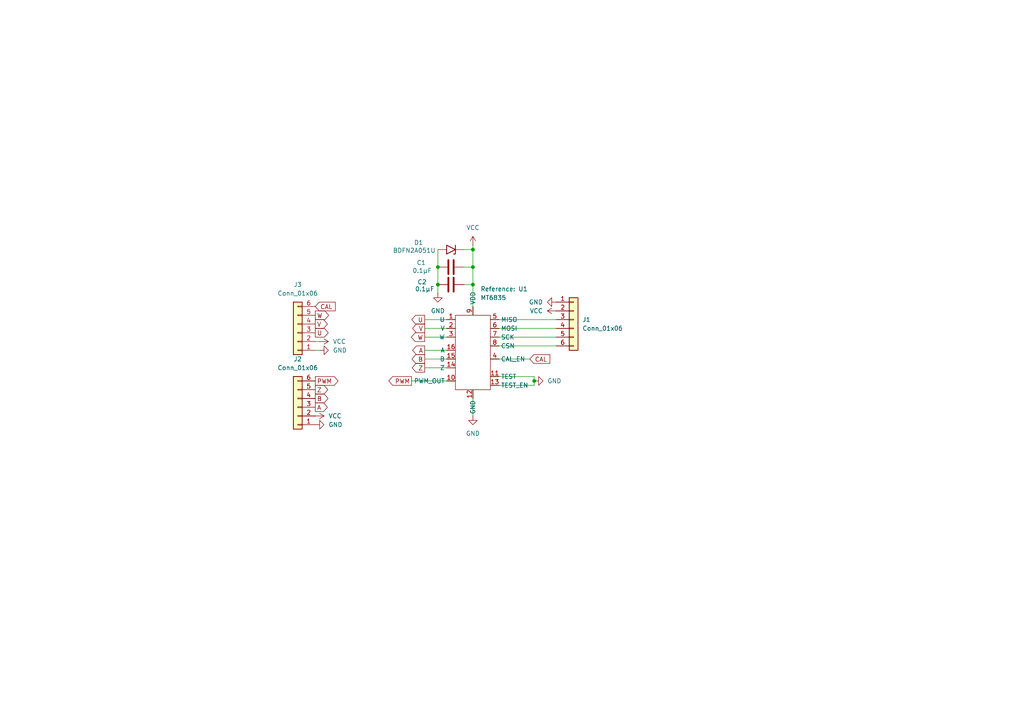
<source format=kicad_sch>
(kicad_sch
	(version 20231120)
	(generator "eeschema")
	(generator_version "8.0")
	(uuid "702f1b10-2921-44ce-b5d4-f48e6a6f66e6")
	(paper "A4")
	(title_block
		(title "MT6835 Breakout (eg. for Hoverboard Motors)")
		(date "2024-07-08")
		(rev "1.1")
		(company "mcells")
	)
	(lib_symbols
		(symbol "Connector_Generic:Conn_01x06"
			(pin_names
				(offset 1.016) hide)
			(exclude_from_sim no)
			(in_bom yes)
			(on_board yes)
			(property "Reference" "J"
				(at 0 7.62 0)
				(effects
					(font
						(size 1.27 1.27)
					)
				)
			)
			(property "Value" "Conn_01x06"
				(at 0 -10.16 0)
				(effects
					(font
						(size 1.27 1.27)
					)
				)
			)
			(property "Footprint" ""
				(at 0 0 0)
				(effects
					(font
						(size 1.27 1.27)
					)
					(hide yes)
				)
			)
			(property "Datasheet" "~"
				(at 0 0 0)
				(effects
					(font
						(size 1.27 1.27)
					)
					(hide yes)
				)
			)
			(property "Description" "Generic connector, single row, 01x06, script generated (kicad-library-utils/schlib/autogen/connector/)"
				(at 0 0 0)
				(effects
					(font
						(size 1.27 1.27)
					)
					(hide yes)
				)
			)
			(property "ki_keywords" "connector"
				(at 0 0 0)
				(effects
					(font
						(size 1.27 1.27)
					)
					(hide yes)
				)
			)
			(property "ki_fp_filters" "Connector*:*_1x??_*"
				(at 0 0 0)
				(effects
					(font
						(size 1.27 1.27)
					)
					(hide yes)
				)
			)
			(symbol "Conn_01x06_1_1"
				(rectangle
					(start -1.27 -7.493)
					(end 0 -7.747)
					(stroke
						(width 0.1524)
						(type default)
					)
					(fill
						(type none)
					)
				)
				(rectangle
					(start -1.27 -4.953)
					(end 0 -5.207)
					(stroke
						(width 0.1524)
						(type default)
					)
					(fill
						(type none)
					)
				)
				(rectangle
					(start -1.27 -2.413)
					(end 0 -2.667)
					(stroke
						(width 0.1524)
						(type default)
					)
					(fill
						(type none)
					)
				)
				(rectangle
					(start -1.27 0.127)
					(end 0 -0.127)
					(stroke
						(width 0.1524)
						(type default)
					)
					(fill
						(type none)
					)
				)
				(rectangle
					(start -1.27 2.667)
					(end 0 2.413)
					(stroke
						(width 0.1524)
						(type default)
					)
					(fill
						(type none)
					)
				)
				(rectangle
					(start -1.27 5.207)
					(end 0 4.953)
					(stroke
						(width 0.1524)
						(type default)
					)
					(fill
						(type none)
					)
				)
				(rectangle
					(start -1.27 6.35)
					(end 1.27 -8.89)
					(stroke
						(width 0.254)
						(type default)
					)
					(fill
						(type background)
					)
				)
				(pin passive line
					(at -5.08 5.08 0)
					(length 3.81)
					(name "Pin_1"
						(effects
							(font
								(size 1.27 1.27)
							)
						)
					)
					(number "1"
						(effects
							(font
								(size 1.27 1.27)
							)
						)
					)
				)
				(pin passive line
					(at -5.08 2.54 0)
					(length 3.81)
					(name "Pin_2"
						(effects
							(font
								(size 1.27 1.27)
							)
						)
					)
					(number "2"
						(effects
							(font
								(size 1.27 1.27)
							)
						)
					)
				)
				(pin passive line
					(at -5.08 0 0)
					(length 3.81)
					(name "Pin_3"
						(effects
							(font
								(size 1.27 1.27)
							)
						)
					)
					(number "3"
						(effects
							(font
								(size 1.27 1.27)
							)
						)
					)
				)
				(pin passive line
					(at -5.08 -2.54 0)
					(length 3.81)
					(name "Pin_4"
						(effects
							(font
								(size 1.27 1.27)
							)
						)
					)
					(number "4"
						(effects
							(font
								(size 1.27 1.27)
							)
						)
					)
				)
				(pin passive line
					(at -5.08 -5.08 0)
					(length 3.81)
					(name "Pin_5"
						(effects
							(font
								(size 1.27 1.27)
							)
						)
					)
					(number "5"
						(effects
							(font
								(size 1.27 1.27)
							)
						)
					)
				)
				(pin passive line
					(at -5.08 -7.62 0)
					(length 3.81)
					(name "Pin_6"
						(effects
							(font
								(size 1.27 1.27)
							)
						)
					)
					(number "6"
						(effects
							(font
								(size 1.27 1.27)
							)
						)
					)
				)
			)
		)
		(symbol "Device:C"
			(pin_numbers hide)
			(pin_names
				(offset 0.254)
			)
			(exclude_from_sim no)
			(in_bom yes)
			(on_board yes)
			(property "Reference" "C"
				(at 0.635 2.54 0)
				(effects
					(font
						(size 1.27 1.27)
					)
					(justify left)
				)
			)
			(property "Value" "C"
				(at 0.635 -2.54 0)
				(effects
					(font
						(size 1.27 1.27)
					)
					(justify left)
				)
			)
			(property "Footprint" ""
				(at 0.9652 -3.81 0)
				(effects
					(font
						(size 1.27 1.27)
					)
					(hide yes)
				)
			)
			(property "Datasheet" "~"
				(at 0 0 0)
				(effects
					(font
						(size 1.27 1.27)
					)
					(hide yes)
				)
			)
			(property "Description" "Unpolarized capacitor"
				(at 0 0 0)
				(effects
					(font
						(size 1.27 1.27)
					)
					(hide yes)
				)
			)
			(property "ki_keywords" "cap capacitor"
				(at 0 0 0)
				(effects
					(font
						(size 1.27 1.27)
					)
					(hide yes)
				)
			)
			(property "ki_fp_filters" "C_*"
				(at 0 0 0)
				(effects
					(font
						(size 1.27 1.27)
					)
					(hide yes)
				)
			)
			(symbol "C_0_1"
				(polyline
					(pts
						(xy -2.032 -0.762) (xy 2.032 -0.762)
					)
					(stroke
						(width 0.508)
						(type default)
					)
					(fill
						(type none)
					)
				)
				(polyline
					(pts
						(xy -2.032 0.762) (xy 2.032 0.762)
					)
					(stroke
						(width 0.508)
						(type default)
					)
					(fill
						(type none)
					)
				)
			)
			(symbol "C_1_1"
				(pin passive line
					(at 0 3.81 270)
					(length 2.794)
					(name "~"
						(effects
							(font
								(size 1.27 1.27)
							)
						)
					)
					(number "1"
						(effects
							(font
								(size 1.27 1.27)
							)
						)
					)
				)
				(pin passive line
					(at 0 -3.81 90)
					(length 2.794)
					(name "~"
						(effects
							(font
								(size 1.27 1.27)
							)
						)
					)
					(number "2"
						(effects
							(font
								(size 1.27 1.27)
							)
						)
					)
				)
			)
		)
		(symbol "Diode:SMF6V0A"
			(pin_numbers hide)
			(pin_names
				(offset 1.016) hide)
			(exclude_from_sim no)
			(in_bom yes)
			(on_board yes)
			(property "Reference" "D"
				(at 0 2.54 0)
				(effects
					(font
						(size 1.27 1.27)
					)
				)
			)
			(property "Value" "SMF6V0A"
				(at 0 -2.54 0)
				(effects
					(font
						(size 1.27 1.27)
					)
				)
			)
			(property "Footprint" "Diode_SMD:D_SMF"
				(at 0 -5.08 0)
				(effects
					(font
						(size 1.27 1.27)
					)
					(hide yes)
				)
			)
			(property "Datasheet" "https://www.vishay.com/doc?85881"
				(at -1.27 0 0)
				(effects
					(font
						(size 1.27 1.27)
					)
					(hide yes)
				)
			)
			(property "Description" "200W unidirectional Transil Transient Voltage Suppressor, 6Vrwm, SMF"
				(at 0 0 0)
				(effects
					(font
						(size 1.27 1.27)
					)
					(hide yes)
				)
			)
			(property "ki_keywords" "diode TVS voltage suppressor"
				(at 0 0 0)
				(effects
					(font
						(size 1.27 1.27)
					)
					(hide yes)
				)
			)
			(property "ki_fp_filters" "D*SMF*"
				(at 0 0 0)
				(effects
					(font
						(size 1.27 1.27)
					)
					(hide yes)
				)
			)
			(symbol "SMF6V0A_0_1"
				(polyline
					(pts
						(xy -0.762 1.27) (xy -1.27 1.27) (xy -1.27 -1.27)
					)
					(stroke
						(width 0.254)
						(type default)
					)
					(fill
						(type none)
					)
				)
				(polyline
					(pts
						(xy 1.27 1.27) (xy 1.27 -1.27) (xy -1.27 0) (xy 1.27 1.27)
					)
					(stroke
						(width 0.254)
						(type default)
					)
					(fill
						(type none)
					)
				)
			)
			(symbol "SMF6V0A_1_1"
				(pin passive line
					(at -3.81 0 0)
					(length 2.54)
					(name "A1"
						(effects
							(font
								(size 1.27 1.27)
							)
						)
					)
					(number "1"
						(effects
							(font
								(size 1.27 1.27)
							)
						)
					)
				)
				(pin passive line
					(at 3.81 0 180)
					(length 2.54)
					(name "A2"
						(effects
							(font
								(size 1.27 1.27)
							)
						)
					)
					(number "2"
						(effects
							(font
								(size 1.27 1.27)
							)
						)
					)
				)
			)
		)
		(symbol "My_Library:MT6835"
			(exclude_from_sim no)
			(in_bom yes)
			(on_board yes)
			(property "Reference" "U"
				(at 0 0 0)
				(show_name)
				(effects
					(font
						(size 1.27 1.27)
					)
				)
			)
			(property "Value" "MT6835"
				(at 0 0 0)
				(effects
					(font
						(size 1.27 1.27)
					)
				)
			)
			(property "Footprint" "Package_SO:TSSOP-16_4.4x5mm_P0.65mm"
				(at 2.54 -18.542 0)
				(effects
					(font
						(size 1.27 1.27)
					)
					(hide yes)
				)
			)
			(property "Datasheet" "http://img.ekeic.com/ekeic/6231621666802.pdf"
				(at 2.032 -20.828 0)
				(effects
					(font
						(size 1.27 1.27)
					)
					(hide yes)
				)
			)
			(property "Description" "MT6835 21-Bit Magnetic on-Axis Encoder"
				(at 1.27 -16.002 0)
				(effects
					(font
						(size 1.27 1.27)
					)
					(hide yes)
				)
			)
			(symbol "MT6835_0_1"
				(rectangle
					(start -5.08 10.16)
					(end 5.08 -11.43)
					(stroke
						(width 0)
						(type default)
					)
					(fill
						(type none)
					)
				)
			)
			(symbol "MT6835_1_1"
				(pin output line
					(at -5.08 8.89 180)
					(length 2.54)
					(name "U"
						(effects
							(font
								(size 1.27 1.27)
							)
						)
					)
					(number "1"
						(effects
							(font
								(size 1.27 1.27)
							)
						)
					)
				)
				(pin output line
					(at -5.08 -8.89 180)
					(length 2.54)
					(name "PWM_OUT"
						(effects
							(font
								(size 1.27 1.27)
							)
						)
					)
					(number "10"
						(effects
							(font
								(size 1.27 1.27)
							)
						)
					)
				)
				(pin input line
					(at 5.08 -7.62 0)
					(length 2.54)
					(name "TEST"
						(effects
							(font
								(size 1.27 1.27)
							)
						)
					)
					(number "11"
						(effects
							(font
								(size 1.27 1.27)
							)
						)
					)
				)
				(pin bidirectional line
					(at 0 -11.43 270)
					(length 2.54)
					(name "GND"
						(effects
							(font
								(size 1.27 1.27)
							)
						)
					)
					(number "12"
						(effects
							(font
								(size 1.27 1.27)
							)
						)
					)
				)
				(pin input line
					(at 5.08 -10.16 0)
					(length 2.54)
					(name "TEST_EN"
						(effects
							(font
								(size 1.27 1.27)
							)
						)
					)
					(number "13"
						(effects
							(font
								(size 1.27 1.27)
							)
						)
					)
				)
				(pin output line
					(at -5.08 -5.08 180)
					(length 2.54)
					(name "Z"
						(effects
							(font
								(size 1.27 1.27)
							)
						)
					)
					(number "14"
						(effects
							(font
								(size 1.27 1.27)
							)
						)
					)
				)
				(pin output line
					(at -5.08 -2.54 180)
					(length 2.54)
					(name "B"
						(effects
							(font
								(size 1.27 1.27)
							)
						)
					)
					(number "15"
						(effects
							(font
								(size 1.27 1.27)
							)
						)
					)
				)
				(pin output line
					(at -5.08 0 180)
					(length 2.54)
					(name "A"
						(effects
							(font
								(size 1.27 1.27)
							)
						)
					)
					(number "16"
						(effects
							(font
								(size 1.27 1.27)
							)
						)
					)
				)
				(pin output line
					(at -5.08 6.35 180)
					(length 2.54)
					(name "V"
						(effects
							(font
								(size 1.27 1.27)
							)
						)
					)
					(number "2"
						(effects
							(font
								(size 1.27 1.27)
							)
						)
					)
				)
				(pin output line
					(at -5.08 3.81 180)
					(length 2.54)
					(name "W"
						(effects
							(font
								(size 1.27 1.27)
							)
						)
					)
					(number "3"
						(effects
							(font
								(size 1.27 1.27)
							)
						)
					)
				)
				(pin input line
					(at 5.08 -2.54 0)
					(length 2.54)
					(name "CAL_EN"
						(effects
							(font
								(size 1.27 1.27)
							)
						)
					)
					(number "4"
						(effects
							(font
								(size 1.27 1.27)
							)
						)
					)
				)
				(pin output line
					(at 5.08 8.89 0)
					(length 2.54)
					(name "MISO"
						(effects
							(font
								(size 1.27 1.27)
							)
						)
					)
					(number "5"
						(effects
							(font
								(size 1.27 1.27)
							)
						)
					)
				)
				(pin input line
					(at 5.08 6.35 0)
					(length 2.54)
					(name "MOSI"
						(effects
							(font
								(size 1.27 1.27)
							)
						)
					)
					(number "6"
						(effects
							(font
								(size 1.27 1.27)
							)
						)
					)
				)
				(pin input line
					(at 5.08 3.81 0)
					(length 2.54)
					(name "SCK"
						(effects
							(font
								(size 1.27 1.27)
							)
						)
					)
					(number "7"
						(effects
							(font
								(size 1.27 1.27)
							)
						)
					)
				)
				(pin input line
					(at 5.08 1.27 0)
					(length 2.54)
					(name "CSN"
						(effects
							(font
								(size 1.27 1.27)
							)
						)
					)
					(number "8"
						(effects
							(font
								(size 1.27 1.27)
							)
						)
					)
				)
				(pin power_in line
					(at 0 10.16 90)
					(length 2.54)
					(name "VDD"
						(effects
							(font
								(size 1.27 1.27)
							)
						)
					)
					(number "9"
						(effects
							(font
								(size 1.27 1.27)
							)
						)
					)
				)
			)
		)
		(symbol "power:GND"
			(power)
			(pin_numbers hide)
			(pin_names
				(offset 0) hide)
			(exclude_from_sim no)
			(in_bom yes)
			(on_board yes)
			(property "Reference" "#PWR"
				(at 0 -6.35 0)
				(effects
					(font
						(size 1.27 1.27)
					)
					(hide yes)
				)
			)
			(property "Value" "GND"
				(at 0 -3.81 0)
				(effects
					(font
						(size 1.27 1.27)
					)
				)
			)
			(property "Footprint" ""
				(at 0 0 0)
				(effects
					(font
						(size 1.27 1.27)
					)
					(hide yes)
				)
			)
			(property "Datasheet" ""
				(at 0 0 0)
				(effects
					(font
						(size 1.27 1.27)
					)
					(hide yes)
				)
			)
			(property "Description" "Power symbol creates a global label with name \"GND\" , ground"
				(at 0 0 0)
				(effects
					(font
						(size 1.27 1.27)
					)
					(hide yes)
				)
			)
			(property "ki_keywords" "global power"
				(at 0 0 0)
				(effects
					(font
						(size 1.27 1.27)
					)
					(hide yes)
				)
			)
			(symbol "GND_0_1"
				(polyline
					(pts
						(xy 0 0) (xy 0 -1.27) (xy 1.27 -1.27) (xy 0 -2.54) (xy -1.27 -1.27) (xy 0 -1.27)
					)
					(stroke
						(width 0)
						(type default)
					)
					(fill
						(type none)
					)
				)
			)
			(symbol "GND_1_1"
				(pin power_in line
					(at 0 0 270)
					(length 0)
					(name "~"
						(effects
							(font
								(size 1.27 1.27)
							)
						)
					)
					(number "1"
						(effects
							(font
								(size 1.27 1.27)
							)
						)
					)
				)
			)
		)
		(symbol "power:VCC"
			(power)
			(pin_numbers hide)
			(pin_names
				(offset 0) hide)
			(exclude_from_sim no)
			(in_bom yes)
			(on_board yes)
			(property "Reference" "#PWR"
				(at 0 -3.81 0)
				(effects
					(font
						(size 1.27 1.27)
					)
					(hide yes)
				)
			)
			(property "Value" "VCC"
				(at 0 3.556 0)
				(effects
					(font
						(size 1.27 1.27)
					)
				)
			)
			(property "Footprint" ""
				(at 0 0 0)
				(effects
					(font
						(size 1.27 1.27)
					)
					(hide yes)
				)
			)
			(property "Datasheet" ""
				(at 0 0 0)
				(effects
					(font
						(size 1.27 1.27)
					)
					(hide yes)
				)
			)
			(property "Description" "Power symbol creates a global label with name \"VCC\""
				(at 0 0 0)
				(effects
					(font
						(size 1.27 1.27)
					)
					(hide yes)
				)
			)
			(property "ki_keywords" "global power"
				(at 0 0 0)
				(effects
					(font
						(size 1.27 1.27)
					)
					(hide yes)
				)
			)
			(symbol "VCC_0_1"
				(polyline
					(pts
						(xy -0.762 1.27) (xy 0 2.54)
					)
					(stroke
						(width 0)
						(type default)
					)
					(fill
						(type none)
					)
				)
				(polyline
					(pts
						(xy 0 0) (xy 0 2.54)
					)
					(stroke
						(width 0)
						(type default)
					)
					(fill
						(type none)
					)
				)
				(polyline
					(pts
						(xy 0 2.54) (xy 0.762 1.27)
					)
					(stroke
						(width 0)
						(type default)
					)
					(fill
						(type none)
					)
				)
			)
			(symbol "VCC_1_1"
				(pin power_in line
					(at 0 0 90)
					(length 0)
					(name "~"
						(effects
							(font
								(size 1.27 1.27)
							)
						)
					)
					(number "1"
						(effects
							(font
								(size 1.27 1.27)
							)
						)
					)
				)
			)
		)
	)
	(junction
		(at 127 77.47)
		(diameter 0)
		(color 0 0 0 0)
		(uuid "0ffb4069-e8eb-4a76-86a4-5f86b03415bd")
	)
	(junction
		(at 127 82.55)
		(diameter 0)
		(color 0 0 0 0)
		(uuid "390e00bb-9dc7-4b2a-a226-331bf9dcfe9e")
	)
	(junction
		(at 137.16 77.47)
		(diameter 0)
		(color 0 0 0 0)
		(uuid "40cd14f3-1eac-4fa2-b748-f90483c70eee")
	)
	(junction
		(at 137.16 72.39)
		(diameter 0)
		(color 0 0 0 0)
		(uuid "980e89cd-e128-41aa-ba8b-b87155251433")
	)
	(junction
		(at 137.16 82.55)
		(diameter 0)
		(color 0 0 0 0)
		(uuid "ccb5e9a7-0a35-4116-b161-0d17bdb30fa5")
	)
	(junction
		(at 154.94 110.49)
		(diameter 0)
		(color 0 0 0 0)
		(uuid "cde65057-7fb9-4016-ab2c-d52a976ee4d3")
	)
	(wire
		(pts
			(xy 123.19 104.14) (xy 132.08 104.14)
		)
		(stroke
			(width 0)
			(type default)
		)
		(uuid "022958a9-f109-40ee-a560-03ed35dd99dc")
	)
	(wire
		(pts
			(xy 134.62 77.47) (xy 137.16 77.47)
		)
		(stroke
			(width 0)
			(type default)
		)
		(uuid "083c8e4d-165e-4754-bc03-5ca7d38e2002")
	)
	(wire
		(pts
			(xy 154.94 109.22) (xy 154.94 110.49)
		)
		(stroke
			(width 0)
			(type default)
		)
		(uuid "0930eb79-5ed6-4c9b-a5dc-cefcaa6040f6")
	)
	(wire
		(pts
			(xy 154.94 111.76) (xy 154.94 110.49)
		)
		(stroke
			(width 0)
			(type default)
		)
		(uuid "1e89eff3-4c17-4919-be71-96b88debc2d9")
	)
	(wire
		(pts
			(xy 123.19 101.6) (xy 132.08 101.6)
		)
		(stroke
			(width 0)
			(type default)
		)
		(uuid "2137a5b5-9644-4a65-b64d-f99a71d2721a")
	)
	(wire
		(pts
			(xy 123.19 97.79) (xy 132.08 97.79)
		)
		(stroke
			(width 0)
			(type default)
		)
		(uuid "22984d25-38bb-4a44-adce-8d727d7464de")
	)
	(wire
		(pts
			(xy 142.24 92.71) (xy 161.29 92.71)
		)
		(stroke
			(width 0)
			(type default)
		)
		(uuid "26dc3566-fef4-4891-a3d9-a633bfa18aec")
	)
	(wire
		(pts
			(xy 134.62 82.55) (xy 137.16 82.55)
		)
		(stroke
			(width 0)
			(type default)
		)
		(uuid "32d851ff-8b1d-4c19-887d-02acf043e0ff")
	)
	(wire
		(pts
			(xy 137.16 71.12) (xy 137.16 72.39)
		)
		(stroke
			(width 0)
			(type default)
		)
		(uuid "447e8449-ad94-4329-8a7e-f0604eac88b7")
	)
	(wire
		(pts
			(xy 123.19 95.25) (xy 132.08 95.25)
		)
		(stroke
			(width 0)
			(type default)
		)
		(uuid "4b4539dc-cef6-478b-9f83-d8fcf5b59206")
	)
	(wire
		(pts
			(xy 137.16 72.39) (xy 137.16 77.47)
		)
		(stroke
			(width 0)
			(type default)
		)
		(uuid "4dc6f52e-4e2d-41f5-98de-9537c5a03c40")
	)
	(wire
		(pts
			(xy 137.16 82.55) (xy 137.16 91.44)
		)
		(stroke
			(width 0)
			(type default)
		)
		(uuid "5295b53e-81e0-40e1-833b-3b679a0d3558")
	)
	(wire
		(pts
			(xy 137.16 77.47) (xy 137.16 82.55)
		)
		(stroke
			(width 0)
			(type default)
		)
		(uuid "5a1a08cc-d003-4a41-813c-08f06207cf33")
	)
	(wire
		(pts
			(xy 127 82.55) (xy 127 85.09)
		)
		(stroke
			(width 0)
			(type default)
		)
		(uuid "655ec2f6-bcd7-4665-8948-2ed262b67029")
	)
	(wire
		(pts
			(xy 127 72.39) (xy 127 77.47)
		)
		(stroke
			(width 0)
			(type default)
		)
		(uuid "65d87243-adac-41eb-a36a-1b6beed19844")
	)
	(wire
		(pts
			(xy 127 77.47) (xy 127 82.55)
		)
		(stroke
			(width 0)
			(type default)
		)
		(uuid "6f0626a6-36f7-4adf-a043-39a271f7ebd7")
	)
	(wire
		(pts
			(xy 142.24 104.14) (xy 153.67 104.14)
		)
		(stroke
			(width 0)
			(type default)
		)
		(uuid "78eed7d7-8a32-4785-a86e-0dd2efac9aae")
	)
	(wire
		(pts
			(xy 123.19 106.68) (xy 132.08 106.68)
		)
		(stroke
			(width 0)
			(type default)
		)
		(uuid "8bc01600-3ea1-4690-91b1-e201352871b9")
	)
	(wire
		(pts
			(xy 142.24 109.22) (xy 154.94 109.22)
		)
		(stroke
			(width 0)
			(type default)
		)
		(uuid "9363074e-ec7b-4108-b51e-dd6d990286a0")
	)
	(wire
		(pts
			(xy 142.24 95.25) (xy 161.29 95.25)
		)
		(stroke
			(width 0)
			(type default)
		)
		(uuid "94ef13c6-0676-4066-85d0-23c6c7ba0c2c")
	)
	(wire
		(pts
			(xy 134.62 72.39) (xy 137.16 72.39)
		)
		(stroke
			(width 0)
			(type default)
		)
		(uuid "95b5057f-0e9c-497f-b67d-25e24f99ca2d")
	)
	(wire
		(pts
			(xy 91.44 99.06) (xy 92.71 99.06)
		)
		(stroke
			(width 0)
			(type default)
		)
		(uuid "a2b24a14-1283-4ca4-85ce-4c1353ce6c13")
	)
	(wire
		(pts
			(xy 142.24 97.79) (xy 161.29 97.79)
		)
		(stroke
			(width 0)
			(type default)
		)
		(uuid "a534c70f-0313-4a04-85b5-2ef934fb345b")
	)
	(wire
		(pts
			(xy 123.19 92.71) (xy 132.08 92.71)
		)
		(stroke
			(width 0)
			(type default)
		)
		(uuid "bfd53421-a415-4a68-8d66-f0ff3cd9e9d7")
	)
	(wire
		(pts
			(xy 137.16 113.03) (xy 137.16 120.65)
		)
		(stroke
			(width 0)
			(type default)
		)
		(uuid "c185bd99-d8e1-494d-baef-3655cb7db76d")
	)
	(wire
		(pts
			(xy 119.38 110.49) (xy 132.08 110.49)
		)
		(stroke
			(width 0)
			(type default)
		)
		(uuid "cdfb2a23-68ff-45cd-a22e-e8fdde0c74d2")
	)
	(wire
		(pts
			(xy 142.24 100.33) (xy 161.29 100.33)
		)
		(stroke
			(width 0)
			(type default)
		)
		(uuid "e1a63374-2724-45f0-9827-a1707af1602a")
	)
	(wire
		(pts
			(xy 91.44 101.6) (xy 92.71 101.6)
		)
		(stroke
			(width 0)
			(type default)
		)
		(uuid "e7297bcc-4803-4b4f-88da-c86dc758f232")
	)
	(wire
		(pts
			(xy 142.24 111.76) (xy 154.94 111.76)
		)
		(stroke
			(width 0)
			(type default)
		)
		(uuid "f65b29ff-68e2-4ae2-9b62-58faaecb428c")
	)
	(global_label "A"
		(shape output)
		(at 91.44 118.11 0)
		(fields_autoplaced yes)
		(effects
			(font
				(size 1.27 1.27)
			)
			(justify left)
		)
		(uuid "0729fd4e-5e1d-4a70-b093-42cb4984aeb3")
		(property "Intersheetrefs" "${INTERSHEET_REFS}"
			(at 95.5138 118.11 0)
			(effects
				(font
					(size 1.27 1.27)
				)
				(justify left)
				(hide yes)
			)
		)
	)
	(global_label "W"
		(shape output)
		(at 91.44 91.44 0)
		(fields_autoplaced yes)
		(effects
			(font
				(size 1.27 1.27)
			)
			(justify left)
		)
		(uuid "19dd1450-60c6-4515-8da7-1465c2204b75")
		(property "Intersheetrefs" "${INTERSHEET_REFS}"
			(at 95.8766 91.44 0)
			(effects
				(font
					(size 1.27 1.27)
				)
				(justify left)
				(hide yes)
			)
		)
	)
	(global_label "A"
		(shape output)
		(at 123.19 101.6 180)
		(fields_autoplaced yes)
		(effects
			(font
				(size 1.27 1.27)
			)
			(justify right)
		)
		(uuid "356bd796-693c-4f06-8ba2-397c9771e1ac")
		(property "Intersheetrefs" "${INTERSHEET_REFS}"
			(at 119.1162 101.6 0)
			(effects
				(font
					(size 1.27 1.27)
				)
				(justify right)
				(hide yes)
			)
		)
	)
	(global_label "B"
		(shape output)
		(at 123.19 104.14 180)
		(fields_autoplaced yes)
		(effects
			(font
				(size 1.27 1.27)
			)
			(justify right)
		)
		(uuid "482c3eff-f6cb-4cbe-96f8-3a127e579fe2")
		(property "Intersheetrefs" "${INTERSHEET_REFS}"
			(at 118.9348 104.14 0)
			(effects
				(font
					(size 1.27 1.27)
				)
				(justify right)
				(hide yes)
			)
		)
	)
	(global_label "PWM"
		(shape output)
		(at 119.38 110.49 180)
		(fields_autoplaced yes)
		(effects
			(font
				(size 1.27 1.27)
			)
			(justify right)
		)
		(uuid "4f4997b4-2e61-4189-a7d0-85da9689cde6")
		(property "Intersheetrefs" "${INTERSHEET_REFS}"
			(at 112.222 110.49 0)
			(effects
				(font
					(size 1.27 1.27)
				)
				(justify right)
				(hide yes)
			)
		)
	)
	(global_label "B"
		(shape output)
		(at 91.44 115.57 0)
		(fields_autoplaced yes)
		(effects
			(font
				(size 1.27 1.27)
			)
			(justify left)
		)
		(uuid "52a65272-a4d0-4a7f-a513-4fe6d2f2f164")
		(property "Intersheetrefs" "${INTERSHEET_REFS}"
			(at 95.6952 115.57 0)
			(effects
				(font
					(size 1.27 1.27)
				)
				(justify left)
				(hide yes)
			)
		)
	)
	(global_label "Z"
		(shape output)
		(at 91.44 113.03 0)
		(fields_autoplaced yes)
		(effects
			(font
				(size 1.27 1.27)
			)
			(justify left)
		)
		(uuid "587c768d-5079-4fc2-a406-8e40bc686c20")
		(property "Intersheetrefs" "${INTERSHEET_REFS}"
			(at 95.6347 113.03 0)
			(effects
				(font
					(size 1.27 1.27)
				)
				(justify left)
				(hide yes)
			)
		)
	)
	(global_label "U"
		(shape output)
		(at 91.44 96.52 0)
		(fields_autoplaced yes)
		(effects
			(font
				(size 1.27 1.27)
			)
			(justify left)
		)
		(uuid "64be83f5-5214-46da-bfb3-2377111987c5")
		(property "Intersheetrefs" "${INTERSHEET_REFS}"
			(at 95.7557 96.52 0)
			(effects
				(font
					(size 1.27 1.27)
				)
				(justify left)
				(hide yes)
			)
		)
	)
	(global_label "PWM"
		(shape output)
		(at 91.44 110.49 0)
		(fields_autoplaced yes)
		(effects
			(font
				(size 1.27 1.27)
			)
			(justify left)
		)
		(uuid "66c0113b-718f-49fd-a500-9e6de9779707")
		(property "Intersheetrefs" "${INTERSHEET_REFS}"
			(at 98.598 110.49 0)
			(effects
				(font
					(size 1.27 1.27)
				)
				(justify left)
				(hide yes)
			)
		)
	)
	(global_label "CAL"
		(shape input)
		(at 91.44 88.9 0)
		(fields_autoplaced yes)
		(effects
			(font
				(size 1.27 1.27)
			)
			(justify left)
		)
		(uuid "9367784f-6559-4a27-aefd-f6451267759c")
		(property "Intersheetrefs" "${INTERSHEET_REFS}"
			(at 97.8119 88.9 0)
			(effects
				(font
					(size 1.27 1.27)
				)
				(justify left)
				(hide yes)
			)
		)
	)
	(global_label "V"
		(shape output)
		(at 91.44 93.98 0)
		(fields_autoplaced yes)
		(effects
			(font
				(size 1.27 1.27)
			)
			(justify left)
		)
		(uuid "a7b05e92-50c9-45e0-9244-12b25213fa53")
		(property "Intersheetrefs" "${INTERSHEET_REFS}"
			(at 95.5138 93.98 0)
			(effects
				(font
					(size 1.27 1.27)
				)
				(justify left)
				(hide yes)
			)
		)
	)
	(global_label "CAL"
		(shape input)
		(at 153.67 104.14 0)
		(fields_autoplaced yes)
		(effects
			(font
				(size 1.27 1.27)
			)
			(justify left)
		)
		(uuid "cb821873-ee41-44a0-ac7b-5e261bcf3273")
		(property "Intersheetrefs" "${INTERSHEET_REFS}"
			(at 160.0419 104.14 0)
			(effects
				(font
					(size 1.27 1.27)
				)
				(justify left)
				(hide yes)
			)
		)
	)
	(global_label "W"
		(shape output)
		(at 123.19 97.79 180)
		(fields_autoplaced yes)
		(effects
			(font
				(size 1.27 1.27)
			)
			(justify right)
		)
		(uuid "cdff416d-a880-43c4-b5fd-b4b3388c0a06")
		(property "Intersheetrefs" "${INTERSHEET_REFS}"
			(at 118.7534 97.79 0)
			(effects
				(font
					(size 1.27 1.27)
				)
				(justify right)
				(hide yes)
			)
		)
	)
	(global_label "Z"
		(shape output)
		(at 123.19 106.68 180)
		(fields_autoplaced yes)
		(effects
			(font
				(size 1.27 1.27)
			)
			(justify right)
		)
		(uuid "d73a3dc1-305a-4d34-80ca-3eab2fd7111c")
		(property "Intersheetrefs" "${INTERSHEET_REFS}"
			(at 118.9953 106.68 0)
			(effects
				(font
					(size 1.27 1.27)
				)
				(justify right)
				(hide yes)
			)
		)
	)
	(global_label "U"
		(shape output)
		(at 123.19 92.71 180)
		(fields_autoplaced yes)
		(effects
			(font
				(size 1.27 1.27)
			)
			(justify right)
		)
		(uuid "e0f45540-d3f2-4b36-a016-ce1b8fd8100d")
		(property "Intersheetrefs" "${INTERSHEET_REFS}"
			(at 118.8743 92.71 0)
			(effects
				(font
					(size 1.27 1.27)
				)
				(justify right)
				(hide yes)
			)
		)
	)
	(global_label "V"
		(shape output)
		(at 123.19 95.25 180)
		(fields_autoplaced yes)
		(effects
			(font
				(size 1.27 1.27)
			)
			(justify right)
		)
		(uuid "f983d1b0-223d-4534-80ad-5c4f99beebcd")
		(property "Intersheetrefs" "${INTERSHEET_REFS}"
			(at 119.1162 95.25 0)
			(effects
				(font
					(size 1.27 1.27)
				)
				(justify right)
				(hide yes)
			)
		)
	)
	(symbol
		(lib_id "power:GND")
		(at 161.29 87.63 270)
		(unit 1)
		(exclude_from_sim no)
		(in_bom yes)
		(on_board yes)
		(dnp no)
		(fields_autoplaced yes)
		(uuid "00afef25-1d47-4dfd-a153-9de2a0f00782")
		(property "Reference" "#PWR05"
			(at 154.94 87.63 0)
			(effects
				(font
					(size 1.27 1.27)
				)
				(hide yes)
			)
		)
		(property "Value" "GND"
			(at 157.48 87.6299 90)
			(effects
				(font
					(size 1.27 1.27)
				)
				(justify right)
			)
		)
		(property "Footprint" ""
			(at 161.29 87.63 0)
			(effects
				(font
					(size 1.27 1.27)
				)
				(hide yes)
			)
		)
		(property "Datasheet" ""
			(at 161.29 87.63 0)
			(effects
				(font
					(size 1.27 1.27)
				)
				(hide yes)
			)
		)
		(property "Description" "Power symbol creates a global label with name \"GND\" , ground"
			(at 161.29 87.63 0)
			(effects
				(font
					(size 1.27 1.27)
				)
				(hide yes)
			)
		)
		(pin "1"
			(uuid "e1752059-3b09-48c3-87d1-3272e79102ee")
		)
		(instances
			(project "mt6835-hoverboard"
				(path "/702f1b10-2921-44ce-b5d4-f48e6a6f66e6"
					(reference "#PWR05")
					(unit 1)
				)
			)
		)
	)
	(symbol
		(lib_id "power:VCC")
		(at 91.44 120.65 270)
		(unit 1)
		(exclude_from_sim no)
		(in_bom yes)
		(on_board yes)
		(dnp no)
		(fields_autoplaced yes)
		(uuid "02d705a0-c7e1-46c5-8bd8-c4c70627a820")
		(property "Reference" "#PWR09"
			(at 87.63 120.65 0)
			(effects
				(font
					(size 1.27 1.27)
				)
				(hide yes)
			)
		)
		(property "Value" "VCC"
			(at 95.25 120.6499 90)
			(effects
				(font
					(size 1.27 1.27)
				)
				(justify left)
			)
		)
		(property "Footprint" ""
			(at 91.44 120.65 0)
			(effects
				(font
					(size 1.27 1.27)
				)
				(hide yes)
			)
		)
		(property "Datasheet" ""
			(at 91.44 120.65 0)
			(effects
				(font
					(size 1.27 1.27)
				)
				(hide yes)
			)
		)
		(property "Description" "Power symbol creates a global label with name \"VCC\""
			(at 91.44 120.65 0)
			(effects
				(font
					(size 1.27 1.27)
				)
				(hide yes)
			)
		)
		(pin "1"
			(uuid "047a3bc6-fb69-41bd-961d-2f25f43325fb")
		)
		(instances
			(project "mt6835-hoverboard"
				(path "/702f1b10-2921-44ce-b5d4-f48e6a6f66e6"
					(reference "#PWR09")
					(unit 1)
				)
			)
		)
	)
	(symbol
		(lib_id "power:VCC")
		(at 161.29 90.17 90)
		(unit 1)
		(exclude_from_sim no)
		(in_bom yes)
		(on_board yes)
		(dnp no)
		(fields_autoplaced yes)
		(uuid "08d17623-a0d2-4e75-8618-856d4f616962")
		(property "Reference" "#PWR08"
			(at 165.1 90.17 0)
			(effects
				(font
					(size 1.27 1.27)
				)
				(hide yes)
			)
		)
		(property "Value" "VCC"
			(at 157.48 90.1699 90)
			(effects
				(font
					(size 1.27 1.27)
				)
				(justify left)
			)
		)
		(property "Footprint" ""
			(at 161.29 90.17 0)
			(effects
				(font
					(size 1.27 1.27)
				)
				(hide yes)
			)
		)
		(property "Datasheet" ""
			(at 161.29 90.17 0)
			(effects
				(font
					(size 1.27 1.27)
				)
				(hide yes)
			)
		)
		(property "Description" "Power symbol creates a global label with name \"VCC\""
			(at 161.29 90.17 0)
			(effects
				(font
					(size 1.27 1.27)
				)
				(hide yes)
			)
		)
		(pin "1"
			(uuid "b5f2d381-cfb8-4a2b-b9c5-19efb8224f01")
		)
		(instances
			(project "mt6835-hoverboard"
				(path "/702f1b10-2921-44ce-b5d4-f48e6a6f66e6"
					(reference "#PWR08")
					(unit 1)
				)
			)
		)
	)
	(symbol
		(lib_id "power:VCC")
		(at 137.16 71.12 0)
		(unit 1)
		(exclude_from_sim no)
		(in_bom yes)
		(on_board yes)
		(dnp no)
		(fields_autoplaced yes)
		(uuid "2c9cfecd-9aa8-412a-a7c0-da2b0a522e8f")
		(property "Reference" "#PWR04"
			(at 137.16 74.93 0)
			(effects
				(font
					(size 1.27 1.27)
				)
				(hide yes)
			)
		)
		(property "Value" "VCC"
			(at 137.16 66.04 0)
			(effects
				(font
					(size 1.27 1.27)
				)
			)
		)
		(property "Footprint" ""
			(at 137.16 71.12 0)
			(effects
				(font
					(size 1.27 1.27)
				)
				(hide yes)
			)
		)
		(property "Datasheet" ""
			(at 137.16 71.12 0)
			(effects
				(font
					(size 1.27 1.27)
				)
				(hide yes)
			)
		)
		(property "Description" "Power symbol creates a global label with name \"VCC\""
			(at 137.16 71.12 0)
			(effects
				(font
					(size 1.27 1.27)
				)
				(hide yes)
			)
		)
		(pin "1"
			(uuid "d940f0ba-52da-44ed-b19f-4da989b281df")
		)
		(instances
			(project "mt6835-hoverboard"
				(path "/702f1b10-2921-44ce-b5d4-f48e6a6f66e6"
					(reference "#PWR04")
					(unit 1)
				)
			)
		)
	)
	(symbol
		(lib_id "power:GND")
		(at 137.16 120.65 0)
		(unit 1)
		(exclude_from_sim no)
		(in_bom yes)
		(on_board yes)
		(dnp no)
		(fields_autoplaced yes)
		(uuid "314fadf3-7109-4cbc-b840-4439f59a5731")
		(property "Reference" "#PWR01"
			(at 137.16 127 0)
			(effects
				(font
					(size 1.27 1.27)
				)
				(hide yes)
			)
		)
		(property "Value" "GND"
			(at 137.16 125.73 0)
			(effects
				(font
					(size 1.27 1.27)
				)
			)
		)
		(property "Footprint" ""
			(at 137.16 120.65 0)
			(effects
				(font
					(size 1.27 1.27)
				)
				(hide yes)
			)
		)
		(property "Datasheet" ""
			(at 137.16 120.65 0)
			(effects
				(font
					(size 1.27 1.27)
				)
				(hide yes)
			)
		)
		(property "Description" "Power symbol creates a global label with name \"GND\" , ground"
			(at 137.16 120.65 0)
			(effects
				(font
					(size 1.27 1.27)
				)
				(hide yes)
			)
		)
		(pin "1"
			(uuid "032ba153-bfa8-41eb-a33c-9b4b8957d3e4")
		)
		(instances
			(project "mt6835-hoverboard"
				(path "/702f1b10-2921-44ce-b5d4-f48e6a6f66e6"
					(reference "#PWR01")
					(unit 1)
				)
			)
		)
	)
	(symbol
		(lib_id "power:GND")
		(at 91.44 123.19 90)
		(unit 1)
		(exclude_from_sim no)
		(in_bom yes)
		(on_board yes)
		(dnp no)
		(fields_autoplaced yes)
		(uuid "3494bfb3-a176-4414-8429-18a4f5aabd52")
		(property "Reference" "#PWR07"
			(at 97.79 123.19 0)
			(effects
				(font
					(size 1.27 1.27)
				)
				(hide yes)
			)
		)
		(property "Value" "GND"
			(at 95.25 123.1899 90)
			(effects
				(font
					(size 1.27 1.27)
				)
				(justify right)
			)
		)
		(property "Footprint" ""
			(at 91.44 123.19 0)
			(effects
				(font
					(size 1.27 1.27)
				)
				(hide yes)
			)
		)
		(property "Datasheet" ""
			(at 91.44 123.19 0)
			(effects
				(font
					(size 1.27 1.27)
				)
				(hide yes)
			)
		)
		(property "Description" "Power symbol creates a global label with name \"GND\" , ground"
			(at 91.44 123.19 0)
			(effects
				(font
					(size 1.27 1.27)
				)
				(hide yes)
			)
		)
		(pin "1"
			(uuid "89656da2-54a8-4372-9c38-33ed21f3676e")
		)
		(instances
			(project "mt6835-hoverboard"
				(path "/702f1b10-2921-44ce-b5d4-f48e6a6f66e6"
					(reference "#PWR07")
					(unit 1)
				)
			)
		)
	)
	(symbol
		(lib_id "power:GND")
		(at 127 85.09 0)
		(unit 1)
		(exclude_from_sim no)
		(in_bom yes)
		(on_board yes)
		(dnp no)
		(fields_autoplaced yes)
		(uuid "3ef6693e-2dd1-488d-b375-bcadee3348a8")
		(property "Reference" "#PWR02"
			(at 127 91.44 0)
			(effects
				(font
					(size 1.27 1.27)
				)
				(hide yes)
			)
		)
		(property "Value" "GND"
			(at 127 90.17 0)
			(effects
				(font
					(size 1.27 1.27)
				)
			)
		)
		(property "Footprint" ""
			(at 127 85.09 0)
			(effects
				(font
					(size 1.27 1.27)
				)
				(hide yes)
			)
		)
		(property "Datasheet" ""
			(at 127 85.09 0)
			(effects
				(font
					(size 1.27 1.27)
				)
				(hide yes)
			)
		)
		(property "Description" "Power symbol creates a global label with name \"GND\" , ground"
			(at 127 85.09 0)
			(effects
				(font
					(size 1.27 1.27)
				)
				(hide yes)
			)
		)
		(pin "1"
			(uuid "4837c914-ed92-4376-9a2e-4cf08736325d")
		)
		(instances
			(project "mt6835-hoverboard"
				(path "/702f1b10-2921-44ce-b5d4-f48e6a6f66e6"
					(reference "#PWR02")
					(unit 1)
				)
			)
		)
	)
	(symbol
		(lib_id "Device:C")
		(at 130.81 82.55 90)
		(unit 1)
		(exclude_from_sim no)
		(in_bom yes)
		(on_board yes)
		(dnp no)
		(uuid "41798e59-7bc2-4490-99f3-c5af21ae4199")
		(property "Reference" "C2"
			(at 122.428 81.788 90)
			(effects
				(font
					(size 1.27 1.27)
				)
			)
		)
		(property "Value" "0.1µF"
			(at 123.19 83.82 90)
			(effects
				(font
					(size 1.27 1.27)
				)
			)
		)
		(property "Footprint" "Capacitor_SMD:C_0402_1005Metric"
			(at 134.62 81.5848 0)
			(effects
				(font
					(size 1.27 1.27)
				)
				(hide yes)
			)
		)
		(property "Datasheet" "~"
			(at 130.81 82.55 0)
			(effects
				(font
					(size 1.27 1.27)
				)
				(hide yes)
			)
		)
		(property "Description" "Unpolarized capacitor"
			(at 130.81 82.55 0)
			(effects
				(font
					(size 1.27 1.27)
				)
				(hide yes)
			)
		)
		(pin "1"
			(uuid "fff8bbdf-c76c-4665-8028-5fc6b4fcc274")
		)
		(pin "2"
			(uuid "26315e0b-9ff3-48e4-821a-57f2b23e5903")
		)
		(instances
			(project "mt6835-hoverboard"
				(path "/702f1b10-2921-44ce-b5d4-f48e6a6f66e6"
					(reference "C2")
					(unit 1)
				)
			)
		)
	)
	(symbol
		(lib_id "Connector_Generic:Conn_01x06")
		(at 86.36 96.52 180)
		(unit 1)
		(exclude_from_sim no)
		(in_bom yes)
		(on_board yes)
		(dnp no)
		(fields_autoplaced yes)
		(uuid "525f5822-a3b2-4029-a827-8a916d8c1a38")
		(property "Reference" "J3"
			(at 86.36 82.55 0)
			(effects
				(font
					(size 1.27 1.27)
				)
			)
		)
		(property "Value" "Conn_01x06"
			(at 86.36 85.09 0)
			(effects
				(font
					(size 1.27 1.27)
				)
			)
		)
		(property "Footprint" ""
			(at 86.36 96.52 0)
			(effects
				(font
					(size 1.27 1.27)
				)
				(hide yes)
			)
		)
		(property "Datasheet" "~"
			(at 86.36 96.52 0)
			(effects
				(font
					(size 1.27 1.27)
				)
				(hide yes)
			)
		)
		(property "Description" "Generic connector, single row, 01x06, script generated (kicad-library-utils/schlib/autogen/connector/)"
			(at 86.36 96.52 0)
			(effects
				(font
					(size 1.27 1.27)
				)
				(hide yes)
			)
		)
		(pin "1"
			(uuid "476e1644-c79f-483f-a988-30b4733d47cd")
		)
		(pin "6"
			(uuid "bfb06a2f-3f9d-4137-89dd-83bad9b4c78b")
		)
		(pin "3"
			(uuid "b1ef049c-4654-47ff-9fb8-1f38844bcc38")
		)
		(pin "4"
			(uuid "f3f7dbd9-4218-4cdd-a2e5-2e79f4978df3")
		)
		(pin "2"
			(uuid "ab1a29e5-4a98-4fda-bf2d-af27e3da3f1d")
		)
		(pin "5"
			(uuid "026cf6b6-b0e2-44c5-84eb-374c4425ebe3")
		)
		(instances
			(project "mt6835-hoverboard"
				(path "/702f1b10-2921-44ce-b5d4-f48e6a6f66e6"
					(reference "J3")
					(unit 1)
				)
			)
		)
	)
	(symbol
		(lib_id "My_Library:MT6835")
		(at 137.16 101.6 0)
		(unit 1)
		(exclude_from_sim no)
		(in_bom yes)
		(on_board yes)
		(dnp no)
		(fields_autoplaced yes)
		(uuid "52bb42bf-531c-4e4d-97f8-db4c0ec35a89")
		(property "Reference" "U1"
			(at 139.3541 83.82 0)
			(show_name yes)
			(effects
				(font
					(size 1.27 1.27)
				)
				(justify left)
			)
		)
		(property "Value" "MT6835"
			(at 139.3541 86.36 0)
			(effects
				(font
					(size 1.27 1.27)
				)
				(justify left)
			)
		)
		(property "Footprint" "Package_SO:TSSOP-16_4.4x5mm_P0.65mm"
			(at 139.7 120.142 0)
			(effects
				(font
					(size 1.27 1.27)
				)
				(hide yes)
			)
		)
		(property "Datasheet" "http://img.ekeic.com/ekeic/6231621666802.pdf"
			(at 139.192 122.428 0)
			(effects
				(font
					(size 1.27 1.27)
				)
				(hide yes)
			)
		)
		(property "Description" "MT6835 21-Bit Magnetic on-Axis Encoder"
			(at 138.43 117.602 0)
			(effects
				(font
					(size 1.27 1.27)
				)
				(hide yes)
			)
		)
		(pin "6"
			(uuid "27edf67b-87b0-4694-9f5c-3755bf3ca1db")
		)
		(pin "13"
			(uuid "3110e615-6282-4666-a4ca-5db5e5accd4a")
		)
		(pin "7"
			(uuid "bc4aa738-40e0-4611-8263-0b8256e002e8")
		)
		(pin "1"
			(uuid "78fe4450-2709-4eeb-8ff2-7b00ae25649d")
		)
		(pin "16"
			(uuid "6ff9da65-3ec8-4526-9af3-909e9d15b94a")
		)
		(pin "10"
			(uuid "41eef1a0-3b36-41d3-90fe-47ebc1ffa9fe")
		)
		(pin "8"
			(uuid "9457a267-730e-4a60-bb73-c90ba7f57d10")
		)
		(pin "14"
			(uuid "cdd85d43-b5ae-44d7-a727-21381a1487e1")
		)
		(pin "5"
			(uuid "b5c24dfd-68b7-4018-a5f2-cf6d0c0efefb")
		)
		(pin "3"
			(uuid "d76e147d-f62e-4e11-9a2a-ae9fe7ad9dbd")
		)
		(pin "11"
			(uuid "1b55fd7b-622c-48ba-b159-dbb0c53e8212")
		)
		(pin "4"
			(uuid "a3cfd26c-a0a3-44ba-9370-ccbddf120a67")
		)
		(pin "15"
			(uuid "fc9ceaa1-f867-4740-9261-160a810ff406")
		)
		(pin "12"
			(uuid "5fd938cf-49b4-4d8b-a09f-0b72f00c73b7")
		)
		(pin "9"
			(uuid "6962f504-2519-47ea-9425-abf913035180")
		)
		(pin "2"
			(uuid "73a75991-1ebc-4d0d-881b-142a915b23b4")
		)
		(instances
			(project "mt6835-hoverboard"
				(path "/702f1b10-2921-44ce-b5d4-f48e6a6f66e6"
					(reference "U1")
					(unit 1)
				)
			)
		)
	)
	(symbol
		(lib_id "Device:C")
		(at 130.81 77.47 90)
		(unit 1)
		(exclude_from_sim no)
		(in_bom yes)
		(on_board yes)
		(dnp no)
		(uuid "612b4703-97ff-4c11-9584-8a0de5fa5258")
		(property "Reference" "C1"
			(at 122.174 76.2 90)
			(effects
				(font
					(size 1.27 1.27)
				)
			)
		)
		(property "Value" "0.1µF"
			(at 122.428 78.486 90)
			(effects
				(font
					(size 1.27 1.27)
				)
			)
		)
		(property "Footprint" "Capacitor_SMD:C_0402_1005Metric"
			(at 134.62 76.5048 0)
			(effects
				(font
					(size 1.27 1.27)
				)
				(hide yes)
			)
		)
		(property "Datasheet" "~"
			(at 130.81 77.47 0)
			(effects
				(font
					(size 1.27 1.27)
				)
				(hide yes)
			)
		)
		(property "Description" "Unpolarized capacitor"
			(at 130.81 77.47 0)
			(effects
				(font
					(size 1.27 1.27)
				)
				(hide yes)
			)
		)
		(pin "1"
			(uuid "2d6a66a1-0ce3-4570-849d-9a9669ebd979")
		)
		(pin "2"
			(uuid "b8101373-de67-4299-a06e-79eb55e0e6e4")
		)
		(instances
			(project "mt6835-hoverboard"
				(path "/702f1b10-2921-44ce-b5d4-f48e6a6f66e6"
					(reference "C1")
					(unit 1)
				)
			)
		)
	)
	(symbol
		(lib_id "power:VCC")
		(at 92.71 99.06 270)
		(unit 1)
		(exclude_from_sim no)
		(in_bom yes)
		(on_board yes)
		(dnp no)
		(fields_autoplaced yes)
		(uuid "628d6aae-e630-47f7-9706-d87063dc9786")
		(property "Reference" "#PWR010"
			(at 88.9 99.06 0)
			(effects
				(font
					(size 1.27 1.27)
				)
				(hide yes)
			)
		)
		(property "Value" "VCC"
			(at 96.52 99.0599 90)
			(effects
				(font
					(size 1.27 1.27)
				)
				(justify left)
			)
		)
		(property "Footprint" ""
			(at 92.71 99.06 0)
			(effects
				(font
					(size 1.27 1.27)
				)
				(hide yes)
			)
		)
		(property "Datasheet" ""
			(at 92.71 99.06 0)
			(effects
				(font
					(size 1.27 1.27)
				)
				(hide yes)
			)
		)
		(property "Description" "Power symbol creates a global label with name \"VCC\""
			(at 92.71 99.06 0)
			(effects
				(font
					(size 1.27 1.27)
				)
				(hide yes)
			)
		)
		(pin "1"
			(uuid "21a935cc-7f1d-4551-a360-23f584092d1e")
		)
		(instances
			(project "mt6835-hoverboard"
				(path "/702f1b10-2921-44ce-b5d4-f48e6a6f66e6"
					(reference "#PWR010")
					(unit 1)
				)
			)
		)
	)
	(symbol
		(lib_id "Connector_Generic:Conn_01x06")
		(at 166.37 92.71 0)
		(unit 1)
		(exclude_from_sim no)
		(in_bom yes)
		(on_board yes)
		(dnp no)
		(fields_autoplaced yes)
		(uuid "a59040ff-74bb-459d-bed2-f758b62bc416")
		(property "Reference" "J1"
			(at 168.91 92.7099 0)
			(effects
				(font
					(size 1.27 1.27)
				)
				(justify left)
			)
		)
		(property "Value" "Conn_01x06"
			(at 168.91 95.2499 0)
			(effects
				(font
					(size 1.27 1.27)
				)
				(justify left)
			)
		)
		(property "Footprint" ""
			(at 166.37 92.71 0)
			(effects
				(font
					(size 1.27 1.27)
				)
				(hide yes)
			)
		)
		(property "Datasheet" "~"
			(at 166.37 92.71 0)
			(effects
				(font
					(size 1.27 1.27)
				)
				(hide yes)
			)
		)
		(property "Description" "Generic connector, single row, 01x06, script generated (kicad-library-utils/schlib/autogen/connector/)"
			(at 166.37 92.71 0)
			(effects
				(font
					(size 1.27 1.27)
				)
				(hide yes)
			)
		)
		(pin "1"
			(uuid "476e1644-c79f-483f-a988-30b4733d47ce")
		)
		(pin "6"
			(uuid "bfb06a2f-3f9d-4137-89dd-83bad9b4c78c")
		)
		(pin "3"
			(uuid "b1ef049c-4654-47ff-9fb8-1f38844bcc39")
		)
		(pin "4"
			(uuid "f3f7dbd9-4218-4cdd-a2e5-2e79f4978df4")
		)
		(pin "2"
			(uuid "ab1a29e5-4a98-4fda-bf2d-af27e3da3f1e")
		)
		(pin "5"
			(uuid "026cf6b6-b0e2-44c5-84eb-374c4425ebe4")
		)
		(instances
			(project "mt6835-hoverboard"
				(path "/702f1b10-2921-44ce-b5d4-f48e6a6f66e6"
					(reference "J1")
					(unit 1)
				)
			)
		)
	)
	(symbol
		(lib_id "power:GND")
		(at 154.94 110.49 90)
		(unit 1)
		(exclude_from_sim no)
		(in_bom yes)
		(on_board yes)
		(dnp no)
		(fields_autoplaced yes)
		(uuid "c0a4fdff-defd-4e91-ba95-7677cc625bb0")
		(property "Reference" "#PWR03"
			(at 161.29 110.49 0)
			(effects
				(font
					(size 1.27 1.27)
				)
				(hide yes)
			)
		)
		(property "Value" "GND"
			(at 158.75 110.4899 90)
			(effects
				(font
					(size 1.27 1.27)
				)
				(justify right)
			)
		)
		(property "Footprint" ""
			(at 154.94 110.49 0)
			(effects
				(font
					(size 1.27 1.27)
				)
				(hide yes)
			)
		)
		(property "Datasheet" ""
			(at 154.94 110.49 0)
			(effects
				(font
					(size 1.27 1.27)
				)
				(hide yes)
			)
		)
		(property "Description" "Power symbol creates a global label with name \"GND\" , ground"
			(at 154.94 110.49 0)
			(effects
				(font
					(size 1.27 1.27)
				)
				(hide yes)
			)
		)
		(pin "1"
			(uuid "4837c914-ed92-4376-9a2e-4cf08736325e")
		)
		(instances
			(project "mt6835-hoverboard"
				(path "/702f1b10-2921-44ce-b5d4-f48e6a6f66e6"
					(reference "#PWR03")
					(unit 1)
				)
			)
		)
	)
	(symbol
		(lib_id "Diode:SMF6V0A")
		(at 130.81 72.39 180)
		(unit 1)
		(exclude_from_sim no)
		(in_bom yes)
		(on_board yes)
		(dnp no)
		(uuid "d82d7ec4-084b-42b7-a31f-05cad7ba756e")
		(property "Reference" "D1"
			(at 121.412 70.358 0)
			(effects
				(font
					(size 1.27 1.27)
				)
			)
		)
		(property "Value" "BDFN2A051U"
			(at 120.142 72.644 0)
			(effects
				(font
					(size 1.27 1.27)
				)
			)
		)
		(property "Footprint" "Diode_SMD:D_SOD-882D"
			(at 130.81 67.31 0)
			(effects
				(font
					(size 1.27 1.27)
				)
				(hide yes)
			)
		)
		(property "Datasheet" "https://www.vishay.com/doc?85881"
			(at 132.08 72.39 0)
			(effects
				(font
					(size 1.27 1.27)
				)
				(hide yes)
			)
		)
		(property "Description" "200W unidirectional Transil Transient Voltage Suppressor, 6Vrwm, SMF"
			(at 130.81 72.39 0)
			(effects
				(font
					(size 1.27 1.27)
				)
				(hide yes)
			)
		)
		(pin "1"
			(uuid "0bbe2fbe-7640-474d-8689-c5a1975e07ee")
		)
		(pin "2"
			(uuid "40acf554-595e-4446-bd7c-c5ff45cd3d70")
		)
		(instances
			(project "mt6835-hoverboard"
				(path "/702f1b10-2921-44ce-b5d4-f48e6a6f66e6"
					(reference "D1")
					(unit 1)
				)
			)
		)
	)
	(symbol
		(lib_id "power:GND")
		(at 92.71 101.6 90)
		(unit 1)
		(exclude_from_sim no)
		(in_bom yes)
		(on_board yes)
		(dnp no)
		(fields_autoplaced yes)
		(uuid "f16aa5a4-3288-46e2-a000-eccf155a0f00")
		(property "Reference" "#PWR06"
			(at 99.06 101.6 0)
			(effects
				(font
					(size 1.27 1.27)
				)
				(hide yes)
			)
		)
		(property "Value" "GND"
			(at 96.52 101.5999 90)
			(effects
				(font
					(size 1.27 1.27)
				)
				(justify right)
			)
		)
		(property "Footprint" ""
			(at 92.71 101.6 0)
			(effects
				(font
					(size 1.27 1.27)
				)
				(hide yes)
			)
		)
		(property "Datasheet" ""
			(at 92.71 101.6 0)
			(effects
				(font
					(size 1.27 1.27)
				)
				(hide yes)
			)
		)
		(property "Description" "Power symbol creates a global label with name \"GND\" , ground"
			(at 92.71 101.6 0)
			(effects
				(font
					(size 1.27 1.27)
				)
				(hide yes)
			)
		)
		(pin "1"
			(uuid "de612265-9fad-4899-9cf9-667c384a26fb")
		)
		(instances
			(project "mt6835-hoverboard"
				(path "/702f1b10-2921-44ce-b5d4-f48e6a6f66e6"
					(reference "#PWR06")
					(unit 1)
				)
			)
		)
	)
	(symbol
		(lib_id "Connector_Generic:Conn_01x06")
		(at 86.36 118.11 180)
		(unit 1)
		(exclude_from_sim no)
		(in_bom yes)
		(on_board yes)
		(dnp no)
		(fields_autoplaced yes)
		(uuid "f65dabb1-3b86-4b0c-8097-620e4d091947")
		(property "Reference" "J2"
			(at 86.36 104.14 0)
			(effects
				(font
					(size 1.27 1.27)
				)
			)
		)
		(property "Value" "Conn_01x06"
			(at 86.36 106.68 0)
			(effects
				(font
					(size 1.27 1.27)
				)
			)
		)
		(property "Footprint" ""
			(at 86.36 118.11 0)
			(effects
				(font
					(size 1.27 1.27)
				)
				(hide yes)
			)
		)
		(property "Datasheet" "~"
			(at 86.36 118.11 0)
			(effects
				(font
					(size 1.27 1.27)
				)
				(hide yes)
			)
		)
		(property "Description" "Generic connector, single row, 01x06, script generated (kicad-library-utils/schlib/autogen/connector/)"
			(at 86.36 118.11 0)
			(effects
				(font
					(size 1.27 1.27)
				)
				(hide yes)
			)
		)
		(pin "1"
			(uuid "476e1644-c79f-483f-a988-30b4733d47cf")
		)
		(pin "6"
			(uuid "bfb06a2f-3f9d-4137-89dd-83bad9b4c78d")
		)
		(pin "3"
			(uuid "b1ef049c-4654-47ff-9fb8-1f38844bcc3a")
		)
		(pin "4"
			(uuid "f3f7dbd9-4218-4cdd-a2e5-2e79f4978df5")
		)
		(pin "2"
			(uuid "ab1a29e5-4a98-4fda-bf2d-af27e3da3f1f")
		)
		(pin "5"
			(uuid "026cf6b6-b0e2-44c5-84eb-374c4425ebe5")
		)
		(instances
			(project "mt6835-hoverboard"
				(path "/702f1b10-2921-44ce-b5d4-f48e6a6f66e6"
					(reference "J2")
					(unit 1)
				)
			)
		)
	)
	(sheet_instances
		(path "/"
			(page "1")
		)
	)
)
</source>
